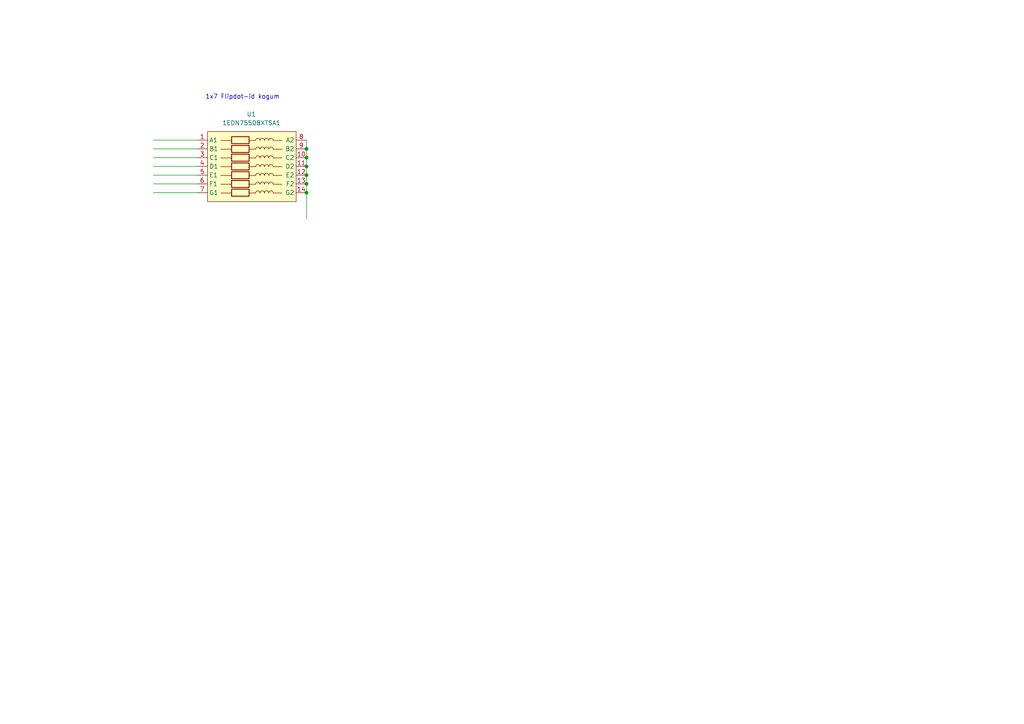
<source format=kicad_sch>
(kicad_sch (version 20250114) (generator "eeschema") (generator_version "9.0")
  (paper "A4")
  (lib_symbols
    (symbol "flipdot_7xarray:flipdot_7xarray"
      (property "Reference" "U1" (at -2.0107 3.7147 0))
      (property "Value" "~" (at -2.0107 1.1747 0))
      (symbol "flipdot_7xarray_0_1"
        (polyline (pts (xy -10.9259 -3.9053) (xy -7.7498 -3.9052)))
        (polyline (pts (xy -10.9259 -6.4453) (xy -7.7498 -6.4452)))
        (polyline (pts (xy -10.9259 -8.9853) (xy -7.7498 -8.9852)))
        (polyline (pts (xy -10.9259 -11.5253) (xy -7.7498 -11.5252)))
        (polyline (pts (xy -10.9259 -14.0653) (xy -7.7498 -14.0652)))
        (polyline (pts (xy -10.9259 -16.6053) (xy -7.7498 -16.6052)))
        (polyline (pts (xy -10.9259 -19.1453) (xy -7.7498 -19.1452)))
        (rectangle (start -7.7543 -2.8088) (end -2.6743 -4.8408) (stroke (width 0.254)))
        (rectangle (start -7.7543 -5.3488) (end -2.6743 -7.3808) (stroke (width 0.254)))
        (rectangle (start -7.7543 -7.8888) (end -2.6743 -9.9208) (stroke (width 0.254)))
        (rectangle (start -7.7543 -10.4288) (end -2.6743 -12.4608) (stroke (width 0.254)))
        (rectangle (start -7.7543 -12.9688) (end -2.6743 -15.0008) (stroke (width 0.254)))
        (rectangle (start -7.7543 -15.5088) (end -2.6743 -17.5408) (stroke (width 0.254)))
        (rectangle (start -7.7543 -18.0488) (end -2.6743 -20.0808) (stroke (width 0.254)))
        (polyline (pts (xy -2.6873 -3.911) (xy -0.7658 -3.8949)))
        (polyline (pts (xy -2.6873 -6.451) (xy -0.7658 -6.4349)))
        (polyline (pts (xy -2.6873 -8.991) (xy -0.7658 -8.9749)))
        (polyline (pts (xy -2.6873 -11.531) (xy -0.7658 -11.5149)))
        (polyline (pts (xy -2.6873 -14.071) (xy -0.7658 -14.0549)))
        (polyline (pts (xy -2.6873 -16.611) (xy -0.7658 -16.5949)))
        (polyline (pts (xy -2.6873 -19.151) (xy -0.7658 -19.1349)))
        (arc (start -0.7659 -3.9053) (mid -0.1309 -3.273) (end 0.5041 -3.9053))
        (arc (start -0.7659 -6.4453) (mid -0.1309 -5.813) (end 0.5041 -6.4453))
        (arc (start -0.7659 -8.9853) (mid -0.1309 -8.353) (end 0.5041 -8.9853))
        (arc (start -0.7659 -11.5253) (mid -0.1309 -10.893) (end 0.5041 -11.5253))
        (arc (start -0.7659 -14.0653) (mid -0.1309 -13.433) (end 0.5041 -14.0653))
        (arc (start -0.7659 -16.6053) (mid -0.1309 -15.973) (end 0.5041 -16.6053))
        (arc (start -0.7659 -19.1453) (mid -0.1309 -18.513) (end 0.5041 -19.1453))
        (arc (start 0.5041 -3.9053) (mid 1.1391 -3.273) (end 1.7741 -3.9053))
        (arc (start 0.5041 -6.4453) (mid 1.1391 -5.813) (end 1.7741 -6.4453))
        (arc (start 0.5041 -8.9853) (mid 1.1391 -8.353) (end 1.7741 -8.9853))
        (arc (start 0.5041 -11.5253) (mid 1.1391 -10.893) (end 1.7741 -11.5253))
        (arc (start 0.5041 -14.0653) (mid 1.1391 -13.433) (end 1.7741 -14.0653))
        (arc (start 0.5041 -16.6053) (mid 1.1391 -15.973) (end 1.7741 -16.6053))
        (arc (start 0.5041 -19.1453) (mid 1.1391 -18.513) (end 1.7741 -19.1453))
        (arc (start 1.7741 -3.9053) (mid 2.4091 -3.273) (end 3.0441 -3.9053))
        (arc (start 1.7741 -6.4453) (mid 2.4091 -5.813) (end 3.0441 -6.4453))
        (arc (start 1.7741 -8.9853) (mid 2.4091 -8.353) (end 3.0441 -8.9853))
        (arc (start 1.7741 -11.5253) (mid 2.4091 -10.893) (end 3.0441 -11.5253))
        (arc (start 1.7741 -14.0653) (mid 2.4091 -13.433) (end 3.0441 -14.0653))
        (arc (start 1.7741 -16.6053) (mid 2.4091 -15.973) (end 3.0441 -16.6053))
        (arc (start 1.7741 -19.1453) (mid 2.4091 -18.513) (end 3.0441 -19.1453))
        (arc (start 3.0441 -3.9053) (mid 3.6791 -3.273) (end 4.3141 -3.9053))
        (arc (start 3.0441 -6.4453) (mid 3.6791 -5.813) (end 4.3141 -6.4453))
        (arc (start 3.0441 -8.9853) (mid 3.6791 -8.353) (end 4.3141 -8.9853))
        (arc (start 3.0441 -11.5253) (mid 3.6791 -10.893) (end 4.3141 -11.5253))
        (arc (start 3.0441 -14.0653) (mid 3.6791 -13.433) (end 4.3141 -14.0653))
        (arc (start 3.0441 -16.6053) (mid 3.6791 -15.973) (end 4.3141 -16.6053))
        (arc (start 3.0441 -19.1453) (mid 3.6791 -18.513) (end 4.3141 -19.1453))
        (polyline (pts (xy 4.3141 -3.9053) (xy 6.8541 -3.9053)))
        (polyline (pts (xy 4.3141 -6.4453) (xy 6.8541 -6.4453)))
        (polyline (pts (xy 4.3141 -8.9853) (xy 6.8541 -8.9853)))
        (polyline (pts (xy 4.3141 -11.5253) (xy 6.8541 -11.5253)))
        (polyline (pts (xy 4.3141 -14.0653) (xy 6.8541 -14.0653)))
        (polyline (pts (xy 4.3141 -16.6053) (xy 6.8541 -16.6053)))
        (polyline (pts (xy 4.3141 -19.1453) (xy 6.8541 -19.1453)))
      )
      (symbol "flipdot_7xarray_1_1"
        (rectangle (start -14.7359 -1.3653) (end 10.9477 -21.6853) (fill (type background)))
        (pin passive line (at -17.78 -3.81 0) (length 3) (name "A1") (number "1"))
        (pin passive line (at -17.78 -6.35 0) (length 3) (name "B1") (number "2"))
        (pin passive line (at -17.78 -8.89 0) (length 3) (name "C1") (number "3"))
        (pin passive line (at -17.78 -11.43 0) (length 3) (name "D1") (number "4"))
        (pin passive line (at -17.78 -13.97 0) (length 3) (name "E1") (number "5"))
        (pin passive line (at -17.78 -16.51 0) (length 3) (name "F1") (number "6"))
        (pin passive line (at -17.78 -19.05 0) (length 3) (name "G1") (number "7"))
        (pin passive line (at 13.97 -3.81 180) (length 3) (name "A2") (number "8"))
        (pin passive line (at 13.97 -6.35 180) (length 3) (name "B2") (number "9"))
        (pin passive line (at 13.97 -8.89 180) (length 3) (name "C2") (number "10"))
        (pin passive line (at 13.97 -11.43 180) (length 3) (name "D2") (number "11"))
        (pin passive line (at 13.97 -13.97 180) (length 3) (name "E2") (number "12"))
        (pin passive line (at 13.97 -16.51 180) (length 3) (name "F2") (number "13"))
        (pin passive line (at 13.97 -19.05 180) (length 3) (name "G2") (number "14"))
      )
    )
  )
  (text "1x7 Flipdot-id kogum" (at 70.358 28.194 0) (effects (font (size 1.27 1.27))))
  (junction (at 88.9 50.8))
  (junction (at 88.9 48.26))
  (junction (at 88.9 43.18))
  (junction (at 88.9 55.88))
  (junction (at 88.9 45.72))
  (junction (at 88.9 53.34))
  (wire (pts (xy 44.45 53.34) (xy 57.15 53.34)))
  (wire (pts (xy 88.9 45.72) (xy 88.9 48.26)))
  (wire (pts (xy 44.45 48.26) (xy 57.15 48.26)))
  (wire (pts (xy 88.9 53.34) (xy 88.9 55.88)))
  (wire (pts (xy 88.9 48.26) (xy 88.9 50.8)))
  (wire (pts (xy 44.45 55.88) (xy 57.15 55.88)))
  (wire (pts (xy 88.9 50.8) (xy 88.9 53.34)))
  (wire (pts (xy 44.45 40.64) (xy 57.15 40.64)))
  (wire (pts (xy 44.45 50.8) (xy 57.15 50.8)))
  (wire (pts (xy 44.45 43.18) (xy 57.15 43.18)))
  (wire (pts (xy 88.9 63.5) (xy 88.9 55.88)))
  (wire (pts (xy 44.45 45.72) (xy 57.15 45.72)))
  (wire (pts (xy 88.9 40.64) (xy 88.9 43.18)))
  (wire (pts (xy 88.9 43.18) (xy 88.9 45.72)))
  (symbol (lib_id "flipdot_7xarray:flipdot_7xarray") (at 74.93 36.83 0) (unit 1)
    (property "Reference" "U1" (at 72.9193 33.1153 0))
    (property "Value" "1EDN7550BXTSA1" (at 72.9193 35.6553 0))
    (property "Footprint" "dot_flipper:7_flip_dots" (effects (hide yes)))
  )
)
</source>
